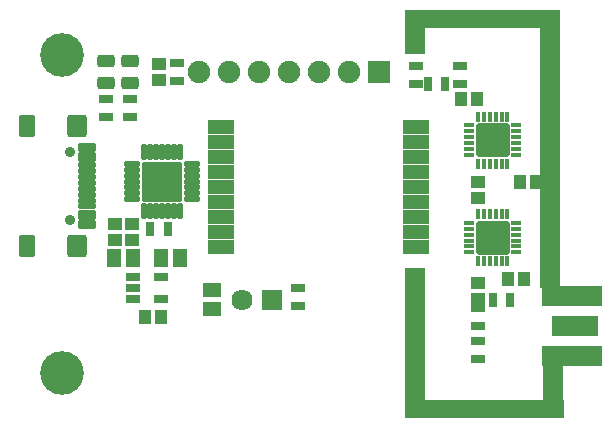
<source format=gts>
G04*
G04 #@! TF.GenerationSoftware,Altium Limited,Altium Designer,23.0.1 (38)*
G04*
G04 Layer_Color=8388736*
%FSLAX42Y42*%
%MOMM*%
G71*
G04*
G04 #@! TF.SameCoordinates,C436630F-131B-4BCA-922F-36B4D9C4E9B2*
G04*
G04*
G04 #@! TF.FilePolarity,Negative*
G04*
G01*
G75*
%ADD32R,12.00X1.50*%
%ADD33R,1.75X12.75*%
%ADD34R,1.75X4.50*%
%ADD35R,1.75X22.50*%
%ADD36R,11.75X1.50*%
%ADD37R,1.75X3.75*%
G04:AMPARAMS|DCode=38|XSize=3.4mm|YSize=3.4mm|CornerRadius=0.18mm|HoleSize=0mm|Usage=FLASHONLY|Rotation=90.000|XOffset=0mm|YOffset=0mm|HoleType=Round|Shape=RoundedRectangle|*
%AMROUNDEDRECTD38*
21,1,3.40,3.04,0,0,90.0*
21,1,3.04,3.40,0,0,90.0*
1,1,0.36,1.52,1.52*
1,1,0.36,1.52,-1.52*
1,1,0.36,-1.52,-1.52*
1,1,0.36,-1.52,1.52*
%
%ADD38ROUNDEDRECTD38*%
G04:AMPARAMS|DCode=39|XSize=0.45mm|YSize=1.4mm|CornerRadius=0.13mm|HoleSize=0mm|Usage=FLASHONLY|Rotation=0.000|XOffset=0mm|YOffset=0mm|HoleType=Round|Shape=RoundedRectangle|*
%AMROUNDEDRECTD39*
21,1,0.45,1.15,0,0,0.0*
21,1,0.20,1.40,0,0,0.0*
1,1,0.25,0.10,-0.58*
1,1,0.25,-0.10,-0.58*
1,1,0.25,-0.10,0.58*
1,1,0.25,0.10,0.58*
%
%ADD39ROUNDEDRECTD39*%
G04:AMPARAMS|DCode=40|XSize=0.45mm|YSize=1.4mm|CornerRadius=0.13mm|HoleSize=0mm|Usage=FLASHONLY|Rotation=90.000|XOffset=0mm|YOffset=0mm|HoleType=Round|Shape=RoundedRectangle|*
%AMROUNDEDRECTD40*
21,1,0.45,1.15,0,0,90.0*
21,1,0.20,1.40,0,0,90.0*
1,1,0.25,0.58,0.10*
1,1,0.25,0.58,-0.10*
1,1,0.25,-0.58,-0.10*
1,1,0.25,-0.58,0.10*
%
%ADD40ROUNDEDRECTD40*%
%ADD41R,0.80X1.15*%
%ADD42R,1.20X1.00*%
%ADD43R,1.15X0.80*%
%ADD44R,5.10X1.80*%
%ADD45R,4.01X1.70*%
%ADD46R,1.00X1.20*%
G04:AMPARAMS|DCode=47|XSize=0.92mm|YSize=0.4mm|CornerRadius=0.13mm|HoleSize=0mm|Usage=FLASHONLY|Rotation=0.000|XOffset=0mm|YOffset=0mm|HoleType=Round|Shape=RoundedRectangle|*
%AMROUNDEDRECTD47*
21,1,0.92,0.14,0,0,0.0*
21,1,0.66,0.40,0,0,0.0*
1,1,0.26,0.33,-0.07*
1,1,0.26,-0.33,-0.07*
1,1,0.26,-0.33,0.07*
1,1,0.26,0.33,0.07*
%
%ADD47ROUNDEDRECTD47*%
G04:AMPARAMS|DCode=48|XSize=0.92mm|YSize=0.4mm|CornerRadius=0.13mm|HoleSize=0mm|Usage=FLASHONLY|Rotation=270.000|XOffset=0mm|YOffset=0mm|HoleType=Round|Shape=RoundedRectangle|*
%AMROUNDEDRECTD48*
21,1,0.92,0.14,0,0,270.0*
21,1,0.66,0.40,0,0,270.0*
1,1,0.26,-0.07,-0.33*
1,1,0.26,-0.07,0.33*
1,1,0.26,0.07,0.33*
1,1,0.26,0.07,-0.33*
%
%ADD48ROUNDEDRECTD48*%
G04:AMPARAMS|DCode=49|XSize=2.82mm|YSize=2.82mm|CornerRadius=0.13mm|HoleSize=0mm|Usage=FLASHONLY|Rotation=270.000|XOffset=0mm|YOffset=0mm|HoleType=Round|Shape=RoundedRectangle|*
%AMROUNDEDRECTD49*
21,1,2.82,2.57,0,0,270.0*
21,1,2.57,2.82,0,0,270.0*
1,1,0.25,-1.28,-1.28*
1,1,0.25,-1.28,1.28*
1,1,0.25,1.28,1.28*
1,1,0.25,1.28,-1.28*
%
%ADD49ROUNDEDRECTD49*%
%ADD50R,1.65X1.20*%
%ADD51R,1.20X1.65*%
%ADD52R,1.20X0.80*%
G04:AMPARAMS|DCode=53|XSize=1.94mm|YSize=1.64mm|CornerRadius=0.22mm|HoleSize=0mm|Usage=FLASHONLY|Rotation=270.000|XOffset=0mm|YOffset=0mm|HoleType=Round|Shape=RoundedRectangle|*
%AMROUNDEDRECTD53*
21,1,1.94,1.20,0,0,270.0*
21,1,1.50,1.64,0,0,270.0*
1,1,0.44,-0.60,-0.75*
1,1,0.44,-0.60,0.75*
1,1,0.44,0.60,0.75*
1,1,0.44,0.60,-0.75*
%
%ADD53ROUNDEDRECTD53*%
G04:AMPARAMS|DCode=54|XSize=1.94mm|YSize=1.34mm|CornerRadius=0.19mm|HoleSize=0mm|Usage=FLASHONLY|Rotation=90.000|XOffset=0mm|YOffset=0mm|HoleType=Round|Shape=RoundedRectangle|*
%AMROUNDEDRECTD54*
21,1,1.94,0.96,0,0,90.0*
21,1,1.56,1.34,0,0,90.0*
1,1,0.38,0.48,0.78*
1,1,0.38,0.48,-0.78*
1,1,0.38,-0.48,-0.78*
1,1,0.38,-0.48,0.78*
%
%ADD54ROUNDEDRECTD54*%
G04:AMPARAMS|DCode=55|XSize=0.44mm|YSize=1.59mm|CornerRadius=0.12mm|HoleSize=0mm|Usage=FLASHONLY|Rotation=90.000|XOffset=0mm|YOffset=0mm|HoleType=Round|Shape=RoundedRectangle|*
%AMROUNDEDRECTD55*
21,1,0.44,1.36,0,0,90.0*
21,1,0.21,1.59,0,0,90.0*
1,1,0.23,0.68,0.11*
1,1,0.23,0.68,-0.11*
1,1,0.23,-0.68,-0.11*
1,1,0.23,-0.68,0.11*
%
%ADD55ROUNDEDRECTD55*%
G04:AMPARAMS|DCode=56|XSize=1.06mm|YSize=1.55mm|CornerRadius=0.32mm|HoleSize=0mm|Usage=FLASHONLY|Rotation=270.000|XOffset=0mm|YOffset=0mm|HoleType=Round|Shape=RoundedRectangle|*
%AMROUNDEDRECTD56*
21,1,1.06,0.91,0,0,270.0*
21,1,0.42,1.55,0,0,270.0*
1,1,0.64,-0.46,-0.21*
1,1,0.64,-0.46,0.21*
1,1,0.64,0.46,0.21*
1,1,0.64,0.46,-0.21*
%
%ADD56ROUNDEDRECTD56*%
%ADD57R,2.20X1.20*%
%ADD58C,3.70*%
%ADD59R,1.91X1.91*%
%ADD60C,1.91*%
%ADD61C,1.79*%
%ADD62R,1.79X1.79*%
%ADD63C,0.89*%
%ADD64C,0.80*%
D32*
X4050Y100D02*
D03*
D33*
X3388Y662D02*
D03*
D34*
X4562Y250D02*
D03*
D35*
X4538Y2250D02*
D03*
D36*
X4038Y3400D02*
D03*
D37*
X3388Y3288D02*
D03*
D38*
X1250Y2025D02*
D03*
D39*
X1100Y1775D02*
D03*
X1150D02*
D03*
X1200D02*
D03*
X1100Y2275D02*
D03*
X1150D02*
D03*
X1200D02*
D03*
X1300Y1775D02*
D03*
X1350D02*
D03*
X1400D02*
D03*
X1300Y2275D02*
D03*
X1350D02*
D03*
X1400D02*
D03*
X1250Y1775D02*
D03*
Y2275D02*
D03*
D40*
X1000Y1875D02*
D03*
Y1925D02*
D03*
Y1975D02*
D03*
Y2075D02*
D03*
Y2125D02*
D03*
Y2175D02*
D03*
X1500Y1875D02*
D03*
Y1925D02*
D03*
Y1975D02*
D03*
Y2075D02*
D03*
Y2125D02*
D03*
Y2175D02*
D03*
X1000Y2025D02*
D03*
X1500D02*
D03*
D41*
X4200Y1025D02*
D03*
X4050D02*
D03*
X3500Y2850D02*
D03*
X3650D02*
D03*
X1150Y1625D02*
D03*
X1300D02*
D03*
D42*
X3925Y1032D02*
D03*
Y1168D02*
D03*
Y1883D02*
D03*
Y2017D02*
D03*
X1000Y1667D02*
D03*
Y1532D02*
D03*
X850D02*
D03*
Y1667D02*
D03*
X1225Y2883D02*
D03*
Y3017D02*
D03*
D43*
X3925Y950D02*
D03*
Y800D02*
D03*
Y525D02*
D03*
Y675D02*
D03*
X3775Y3000D02*
D03*
Y2850D02*
D03*
X3400Y3000D02*
D03*
Y2850D02*
D03*
X2400Y1125D02*
D03*
Y975D02*
D03*
X975Y2575D02*
D03*
Y2725D02*
D03*
X775Y2575D02*
D03*
Y2725D02*
D03*
X1375Y2875D02*
D03*
Y3025D02*
D03*
D44*
X4719Y1054D02*
D03*
Y546D02*
D03*
D45*
X4750Y800D02*
D03*
D46*
X4183Y1200D02*
D03*
X4317D02*
D03*
X4283Y2025D02*
D03*
X4417D02*
D03*
X3917Y2725D02*
D03*
X3783D02*
D03*
X1107Y875D02*
D03*
X1243D02*
D03*
D47*
X4250Y1675D02*
D03*
Y1525D02*
D03*
Y1475D02*
D03*
Y1625D02*
D03*
Y1575D02*
D03*
Y1425D02*
D03*
X3850D02*
D03*
Y1475D02*
D03*
Y1525D02*
D03*
Y1575D02*
D03*
Y1675D02*
D03*
Y1625D02*
D03*
X4250Y2500D02*
D03*
Y2350D02*
D03*
Y2300D02*
D03*
Y2450D02*
D03*
Y2400D02*
D03*
Y2250D02*
D03*
X3850D02*
D03*
Y2300D02*
D03*
Y2350D02*
D03*
Y2400D02*
D03*
Y2500D02*
D03*
Y2450D02*
D03*
D48*
X4175Y1350D02*
D03*
X4125D02*
D03*
X4175Y1750D02*
D03*
X3925Y1350D02*
D03*
X4025Y1750D02*
D03*
X3975D02*
D03*
X4075Y1350D02*
D03*
X4025D02*
D03*
X3975D02*
D03*
X4125Y1750D02*
D03*
X4075D02*
D03*
X3925D02*
D03*
X4175Y2175D02*
D03*
X4125D02*
D03*
X4175Y2575D02*
D03*
X3925Y2175D02*
D03*
X4025Y2575D02*
D03*
X3975D02*
D03*
X4075Y2175D02*
D03*
X4025D02*
D03*
X3975D02*
D03*
X4125Y2575D02*
D03*
X4075D02*
D03*
X3925D02*
D03*
D49*
X4050Y1550D02*
D03*
X4050Y2375D02*
D03*
D50*
X1675Y945D02*
D03*
Y1105D02*
D03*
D51*
X1245Y1375D02*
D03*
X1405D02*
D03*
X1005D02*
D03*
X845D02*
D03*
D52*
X1005Y1220D02*
D03*
Y1125D02*
D03*
Y1030D02*
D03*
X1245D02*
D03*
Y1220D02*
D03*
D53*
X529Y1481D02*
D03*
Y2497D02*
D03*
D54*
X111D02*
D03*
Y1481D02*
D03*
D55*
X619Y2299D02*
D03*
Y2249D02*
D03*
Y2114D02*
D03*
Y2014D02*
D03*
Y1964D02*
D03*
Y1864D02*
D03*
Y1728D02*
D03*
Y1649D02*
D03*
Y1678D02*
D03*
Y1758D02*
D03*
Y1814D02*
D03*
Y1914D02*
D03*
Y2064D02*
D03*
Y2164D02*
D03*
Y2218D02*
D03*
Y2328D02*
D03*
D56*
X975Y2857D02*
D03*
Y3043D02*
D03*
X775Y2857D02*
D03*
Y3043D02*
D03*
D57*
X1750Y2483D02*
D03*
Y2229D02*
D03*
Y2102D02*
D03*
Y1975D02*
D03*
Y1848D02*
D03*
Y1721D02*
D03*
Y1594D02*
D03*
Y1467D02*
D03*
X3400D02*
D03*
Y1594D02*
D03*
Y1721D02*
D03*
Y1848D02*
D03*
Y1975D02*
D03*
Y2102D02*
D03*
Y2229D02*
D03*
Y2356D02*
D03*
Y2483D02*
D03*
X1750Y2356D02*
D03*
D58*
X400Y3100D02*
D03*
Y400D02*
D03*
D59*
X3091Y2950D02*
D03*
D60*
X2837D02*
D03*
X2583D02*
D03*
X2329D02*
D03*
X2075D02*
D03*
X1821D02*
D03*
X1567D02*
D03*
D61*
X1925Y1025D02*
D03*
D62*
X2179D02*
D03*
D63*
X475Y2277D02*
D03*
Y1700D02*
D03*
D64*
X1250Y2025D02*
D03*
X1143D02*
D03*
X1357D02*
D03*
X1250Y2133D02*
D03*
Y1920D02*
D03*
X4050Y2375D02*
D03*
X4125Y2450D02*
D03*
X4050Y1550D02*
D03*
X4138Y1462D02*
D03*
X3962D02*
D03*
X4138Y1638D02*
D03*
X4125Y2300D02*
D03*
X3975D02*
D03*
M02*

</source>
